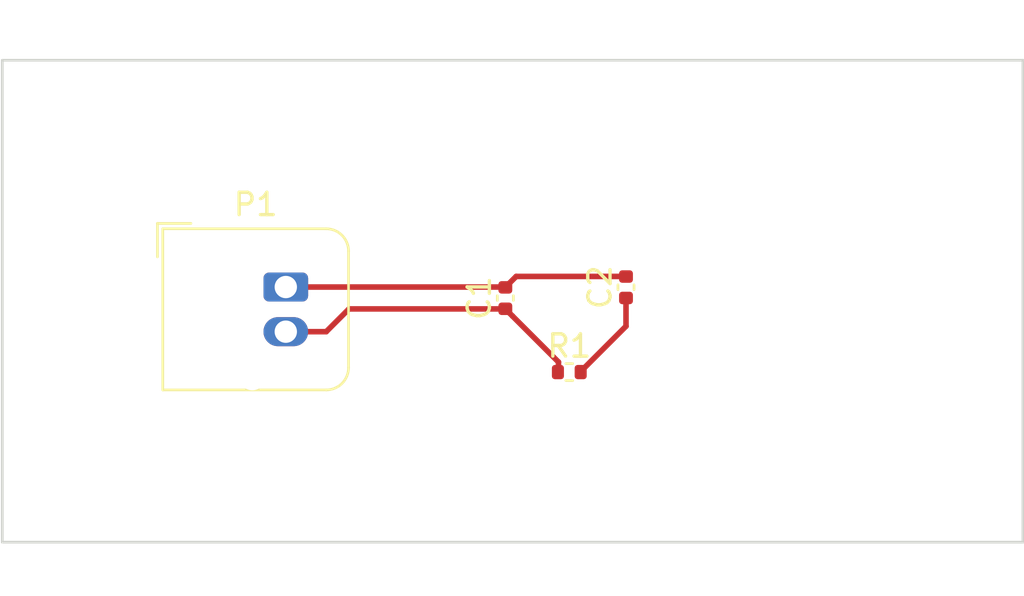
<source format=kicad_pcb>
(kicad_pcb (version 20221018) (generator pcbnew)
  (layers (0 "F.Cu" signal) (1 "In1.Cu" signal "GND.Cu") (2 "In2.Cu" signal "Signal1.Cu") (3 "In3.Cu" signal "Signal2.Cu") (4 "In4.Cu" signal "Power.Cu") (31 "B.Cu" signal) (34 "B.Paste" user) (35 "F.Paste" user) (36 "B.SilkS" user "B.Silkscreen") (37 "F.SilkS" user "F.Silkscreen") (38 "B.Mask" user) (39 "F.Mask" user) (44 "Edge.Cuts" user))
  (net 0 "")
  (net 1 "/Power/VCC")
  (net 2 "GND")
  (net 3 "Net-(C2-Pad1)")
  (footprint "Capacitor_SMD:C_0402_1005Metric" (layer "F.Cu") (at 164.775001 80.505001 90)
    (fp_text reference "C1" (at 0 -1.17 90) (layer "F.SilkS"))
    (fp_text value "C")
    (fp_line (start -0.107836 -0.36) (end 0.107836 -0.36) (stroke (width 0.12)) (layer "F.SilkS"))
    (fp_line (start -0.107836 0.36) (end 0.107836 0.36) (stroke (width 0.12)) (layer "F.SilkS"))
    (pad "1" smd roundrect (at -0.48 0 90) (size 0.56 0.62) (layers "F.Cu" "F.Paste" "F.Mask") (net 1 "/Power/VCC"))
    (pad "2" smd roundrect (at 0.48 0 90) (size 0.56 0.62) (layers "F.Cu" "F.Paste" "F.Mask") (net 2 "GND"))
  )
  (footprint "Capacitor_SMD:C_0402_1005Metric" (layer "F.Cu") (at 170.18 80.020001 90)
    (fp_text reference "C2" (at 0 -1.17 90) (layer "F.SilkS"))
    (fp_text value "C")
    (fp_line (start -0.107836 -0.36) (end 0.107836 -0.36) (stroke (width 0.12)) (layer "F.SilkS"))
    (fp_line (start -0.107836 0.36) (end 0.107836 0.36) (stroke (width 0.12)) (layer "F.SilkS"))
    (pad "1" smd roundrect (at -0.48 0 90) (size 0.56 0.62) (layers "F.Cu" "F.Paste" "F.Mask") (net 3 "Net-(C2-Pad1)"))
    (pad "2" smd roundrect (at 0.48 0 90) (size 0.56 0.62) (layers "F.Cu" "F.Paste" "F.Mask") (net 2 "GND"))
  )
  (footprint "Connector_JST:JST_JWPF_B02B-JWPF-SK-R_1x02_P2.00mm_Vertical" (layer "F.Cu") (at 154.94 80.01)
    (fp_text reference "P1" (at -1.35 -3.7) (layer "F.SilkS"))
    (fp_text value "CONN_01X02")
    (fp_line (start -5.75 -2.85) (end -4.25 -2.85) (stroke (width 0.12)) (layer "F.SilkS"))
    (fp_line (start -5.75 -1.35) (end -5.75 -2.85) (stroke (width 0.12)) (layer "F.SilkS"))
    (fp_line (start -5.51 -2.61) (end -5.51 4.61) (stroke (width 0.12)) (layer "F.SilkS"))
    (fp_line (start -5.51 4.61) (end 1.81 4.61) (stroke (width 0.12)) (layer "F.SilkS"))
    (fp_line (start 1.81 -2.61) (end -5.51 -2.61) (stroke (width 0.12)) (layer "F.SilkS"))
    (fp_line (start 2.81 -1.61) (end 2.81 3.61) (stroke (width 0.12)) (layer "F.SilkS"))
    (fp_arc (start 1.81 -2.61) (mid 2.517107 -2.317107) (end 2.81 -1.61) (stroke (width 0.12)) (layer "F.SilkS"))
    (fp_arc (start 2.81 3.61) (mid 2.517107 4.317107) (end 1.81 4.61) (stroke (width 0.12)) (layer "F.SilkS"))
    (pad "" np_thru_hole circle (at -1.5 4.05) (size 1.15 1.15) (drill 1.15) (layers "*.Cu" "*.Mask"))
    (pad "1" thru_hole roundrect (at 0 0) (size 2 1.3) (drill 1) (layers "*.Cu" "*.Mask") (roundrect_rratio 0.192308) (net 2 "GND"))
    (pad "2" thru_hole oval (at 0 2) (size 2 1.3) (drill 1) (layers "*.Cu" "*.Mask") (net 1 "/Power/VCC"))
  )
  (footprint "Resistor_SMD:R_0402_1005Metric" (layer "F.Cu") (at 167.64 83.82)
    (fp_text reference "R1" (at 0 -1.17) (layer "F.SilkS"))
    (fp_text value "R")
    (fp_line (start -0.153641 -0.38) (end 0.153641 -0.38) (stroke (width 0.12)) (layer "F.SilkS"))
    (fp_line (start -0.153641 0.38) (end 0.153641 0.38) (stroke (width 0.12)) (layer "F.SilkS"))
    (pad "1" smd roundrect (at -0.51 0) (size 0.54 0.64) (layers "F.Cu" "F.Paste" "F.Mask") (net 1 "/Power/VCC"))
    (pad "2" smd roundrect (at 0.51 0) (size 0.54 0.64) (layers "F.Cu" "F.Paste" "F.Mask") (net 3 "Net-(C2-Pad1)"))
  )
  (gr_line (start 187.96 69.85) (end 142.24 69.85) (stroke (width 0.12)) (layer "Edge.Cuts"))
  (gr_line (start 142.24 69.85) (end 142.24 91.44) (stroke (width 0.12)) (layer "Edge.Cuts"))
  (gr_line (start 187.96 91.44) (end 187.96 69.85) (stroke (width 0.12)) (layer "Edge.Cuts"))
  (gr_line (start 142.24 91.44) (end 187.96 91.44) (stroke (width 0.12)) (layer "Edge.Cuts"))
  (segment (start 167.155 83.82) (end 167.155 83.37) (width 0.25) (layer "F.Cu") (net 1))
  (segment (start 156.75 82.01) (end 154.94 82.01) (width 0.25) (layer "F.Cu") (net 1))
  (segment (start 165.1 81.315) (end 164.775001 80.990001) (width 0.25) (layer "F.Cu") (net 1))
  (segment (start 164.775001 80.990001) (end 157.769999 80.990001) (width 0.25) (layer "F.Cu") (net 1))
  (segment (start 157.769999 80.990001) (end 156.75 82.01) (width 0.25) (layer "F.Cu") (net 1))
  (segment (start 167.155 83.37) (end 165.1 81.315) (width 0.25) (layer "F.Cu") (net 1))
  (segment (start 165.260001 79.535001) (end 170.18 79.535001) (width 0.25) (layer "F.Cu") (net 2))
  (segment (start 164.765 80.01) (end 164.775001 80.020001) (width 0.25) (layer "F.Cu") (net 2))
  (segment (start 154.94 80.01) (end 164.765 80.01) (width 0.25) (layer "F.Cu") (net 2))
  (segment (start 164.775001 80.020001) (end 165.260001 79.535001) (width 0.25) (layer "F.Cu") (net 2))
  (segment (start 170.18 80.505001) (end 170.18 81.765) (width 0.25) (layer "F.Cu") (net 3))
  (segment (start 170.18 81.765) (end 168.125 83.82) (width 0.25) (layer "F.Cu") (net 3))
)
</source>
